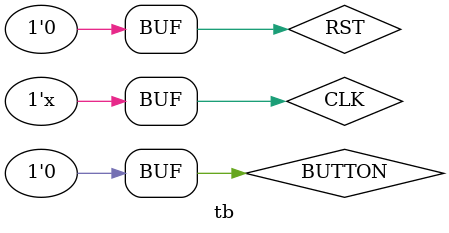
<source format=v>
`timescale 1ns / 1ns
`default_nettype none

module tb();
	  //input
	
	
	reg CLK, RST, BUTTON, SENSOR, PR, PG, RR, RG, RY;
	
	//wire [5:0] O;
	
	initial CLK <= 0;
	
	always #10 CLK <=~CLK; // P = 20ns, f = 50MHz
		
	initial begin
		RST = 1'b1;
		#50
		RST = 1'b0;
	end;
	
	initial begin
		BUTTON = 1'b0;
		#500
		BUTTON = 1'b1;
		#1000
		BUTTON = 1'b0; 
		;
	end	
	
	
	crosswalk gg(  
	.RST(RST), 
	.CLK(CLK), 
	.BUTTON(BUTTON),
	.SENSOR(SENSOR),
	.PR(PR),	// Pedestrian Red
	.PG(PG),    // Pedestrian Green 
	.RR(RR),	// Road Red 
	.RG(RG),	// Road Green
	.RY(RY)	// Road Yellow 	
	);  
	

endmodule
	
</source>
